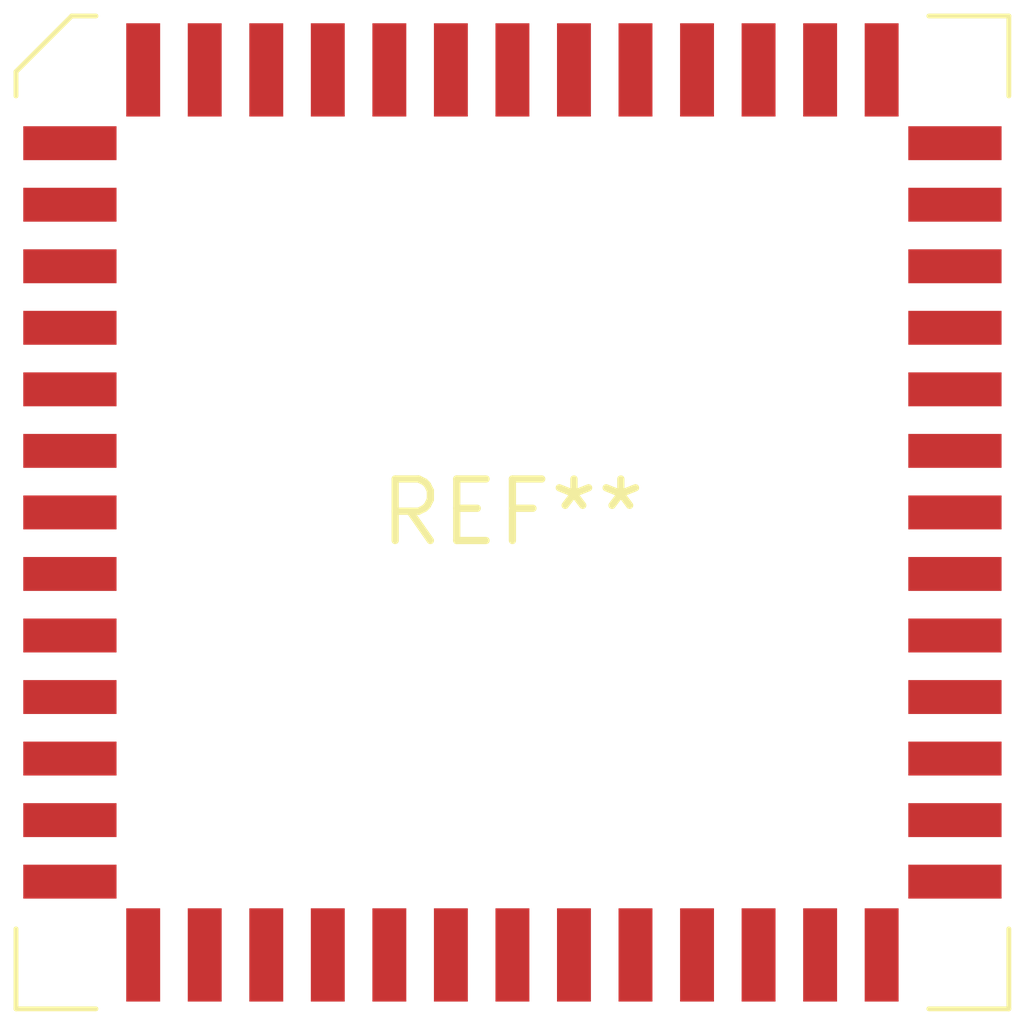
<source format=kicad_pcb>
(kicad_pcb (version 20240108) (generator pcbnew)
  (layers (0 "F.Cu" signal) (31 "B.Cu" signal) (34 "B.Paste" user) (35 "F.Paste" user) (36 "B.SilkS" user "B.Silkscreen") (37 "F.SilkS" user "F.Silkscreen") (38 "B.Mask" user) (39 "F.Mask" user) (44 "Edge.Cuts" user))
  (net 0 "")
  (footprint "PLCC-52" (layer "F.Cu") (at 0 0)
    (property "Reference" "REF**")
    (property "Value" "PLCC-52")
    (fp_line (start -10.245 -9.095) (end -10.245 -8.595) (layer "F.SilkS") (stroke (width 0.1)))
    (fp_line (start -10.245 10.245) (end -10.245 8.595) (layer "F.SilkS") (stroke (width 0.1)))
    (fp_line (start -9.095 -10.245) (end -10.245 -9.095) (layer "F.SilkS") (stroke (width 0.1)))
    (fp_line (start -8.595 -10.245) (end -9.095 -10.245) (layer "F.SilkS") (stroke (width 0.1)))
    (fp_line (start -8.595 10.245) (end -10.245 10.245) (layer "F.SilkS") (stroke (width 0.1)))
    (fp_line (start 8.595 -10.245) (end 10.245 -10.245) (layer "F.SilkS") (stroke (width 0.1)))
    (fp_line (start 8.595 10.245) (end 10.245 10.245) (layer "F.SilkS") (stroke (width 0.1)))
    (fp_line (start 10.245 -10.245) (end 10.245 -8.595) (layer "F.SilkS") (stroke (width 0.1)))
    (fp_line (start 10.245 10.245) (end 10.245 8.595) (layer "F.SilkS") (stroke (width 0.1)))
    (pad "1" smd rect (at 0 -9.1325) (size 0.7 1.925) (layers "F.Cu" "F.Paste" "F.Mask"))
    (pad "2" smd rect (at -1.27 -9.1325) (size 0.7 1.925) (layers "F.Cu" "F.Paste" "F.Mask"))
    (pad "3" smd rect (at -2.54 -9.1325) (size 0.7 1.925) (layers "F.Cu" "F.Paste" "F.Mask"))
    (pad "4" smd rect (at -3.81 -9.1325) (size 0.7 1.925) (layers "F.Cu" "F.Paste" "F.Mask"))
    (pad "5" smd rect (at -5.08 -9.1325) (size 0.7 1.925) (layers "F.Cu" "F.Paste" "F.Mask"))
    (pad "6" smd rect (at -6.35 -9.1325) (size 0.7 1.925) (layers "F.Cu" "F.Paste" "F.Mask"))
    (pad "7" smd rect (at -7.62 -9.1325) (size 0.7 1.925) (layers "F.Cu" "F.Paste" "F.Mask"))
    (pad "8" smd rect (at -9.1325 -7.62) (size 1.925 0.7) (layers "F.Cu" "F.Paste" "F.Mask"))
    (pad "9" smd rect (at -9.1325 -6.35) (size 1.925 0.7) (layers "F.Cu" "F.Paste" "F.Mask"))
    (pad "10" smd rect (at -9.1325 -5.08) (size 1.925 0.7) (layers "F.Cu" "F.Paste" "F.Mask"))
    (pad "11" smd rect (at -9.1325 -3.81) (size 1.925 0.7) (layers "F.Cu" "F.Paste" "F.Mask"))
    (pad "12" smd rect (at -9.1325 -2.54) (size 1.925 0.7) (layers "F.Cu" "F.Paste" "F.Mask"))
    (pad "13" smd rect (at -9.1325 -1.27) (size 1.925 0.7) (layers "F.Cu" "F.Paste" "F.Mask"))
    (pad "14" smd rect (at -9.1325 0) (size 1.925 0.7) (layers "F.Cu" "F.Paste" "F.Mask"))
    (pad "15" smd rect (at -9.1325 1.27) (size 1.925 0.7) (layers "F.Cu" "F.Paste" "F.Mask"))
    (pad "16" smd rect (at -9.1325 2.54) (size 1.925 0.7) (layers "F.Cu" "F.Paste" "F.Mask"))
    (pad "17" smd rect (at -9.1325 3.81) (size 1.925 0.7) (layers "F.Cu" "F.Paste" "F.Mask"))
    (pad "18" smd rect (at -9.1325 5.08) (size 1.925 0.7) (layers "F.Cu" "F.Paste" "F.Mask"))
    (pad "19" smd rect (at -9.1325 6.35) (size 1.925 0.7) (layers "F.Cu" "F.Paste" "F.Mask"))
    (pad "20" smd rect (at -9.1325 7.62) (size 1.925 0.7) (layers "F.Cu" "F.Paste" "F.Mask"))
    (pad "21" smd rect (at -7.62 9.1325) (size 0.7 1.925) (layers "F.Cu" "F.Paste" "F.Mask"))
    (pad "22" smd rect (at -6.35 9.1325) (size 0.7 1.925) (layers "F.Cu" "F.Paste" "F.Mask"))
    (pad "23" smd rect (at -5.08 9.1325) (size 0.7 1.925) (layers "F.Cu" "F.Paste" "F.Mask"))
    (pad "24" smd rect (at -3.81 9.1325) (size 0.7 1.925) (layers "F.Cu" "F.Paste" "F.Mask"))
    (pad "25" smd rect (at -2.54 9.1325) (size 0.7 1.925) (layers "F.Cu" "F.Paste" "F.Mask"))
    (pad "26" smd rect (at -1.27 9.1325) (size 0.7 1.925) (layers "F.Cu" "F.Paste" "F.Mask"))
    (pad "27" smd rect (at 0 9.1325) (size 0.7 1.925) (layers "F.Cu" "F.Paste" "F.Mask"))
    (pad "28" smd rect (at 1.27 9.1325) (size 0.7 1.925) (layers "F.Cu" "F.Paste" "F.Mask"))
    (pad "29" smd rect (at 2.54 9.1325) (size 0.7 1.925) (layers "F.Cu" "F.Paste" "F.Mask"))
    (pad "30" smd rect (at 3.81 9.1325) (size 0.7 1.925) (layers "F.Cu" "F.Paste" "F.Mask"))
    (pad "31" smd rect (at 5.08 9.1325) (size 0.7 1.925) (layers "F.Cu" "F.Paste" "F.Mask"))
    (pad "32" smd rect (at 6.35 9.1325) (size 0.7 1.925) (layers "F.Cu" "F.Paste" "F.Mask"))
    (pad "33" smd rect (at 7.62 9.1325) (size 0.7 1.925) (layers "F.Cu" "F.Paste" "F.Mask"))
    (pad "34" smd rect (at 9.1325 7.62) (size 1.925 0.7) (layers "F.Cu" "F.Paste" "F.Mask"))
    (pad "35" smd rect (at 9.1325 6.35) (size 1.925 0.7) (layers "F.Cu" "F.Paste" "F.Mask"))
    (pad "36" smd rect (at 9.1325 5.08) (size 1.925 0.7) (layers "F.Cu" "F.Paste" "F.Mask"))
    (pad "37" smd rect (at 9.1325 3.81) (size 1.925 0.7) (layers "F.Cu" "F.Paste" "F.Mask"))
    (pad "38" smd rect (at 9.1325 2.54) (size 1.925 0.7) (layers "F.Cu" "F.Paste" "F.Mask"))
    (pad "39" smd rect (at 9.1325 1.27) (size 1.925 0.7) (layers "F.Cu" "F.Paste" "F.Mask"))
    (pad "40" smd rect (at 9.1325 0) (size 1.925 0.7) (layers "F.Cu" "F.Paste" "F.Mask"))
    (pad "41" smd rect (at 9.1325 -1.27) (size 1.925 0.7) (layers "F.Cu" "F.Paste" "F.Mask"))
    (pad "42" smd rect (at 9.1325 -2.54) (size 1.925 0.7) (layers "F.Cu" "F.Paste" "F.Mask"))
    (pad "43" smd rect (at 9.1325 -3.81) (size 1.925 0.7) (layers "F.Cu" "F.Paste" "F.Mask"))
    (pad "44" smd rect (at 9.1325 -5.08) (size 1.925 0.7) (layers "F.Cu" "F.Paste" "F.Mask"))
    (pad "45" smd rect (at 9.1325 -6.35) (size 1.925 0.7) (layers "F.Cu" "F.Paste" "F.Mask"))
    (pad "46" smd rect (at 9.1325 -7.62) (size 1.925 0.7) (layers "F.Cu" "F.Paste" "F.Mask"))
    (pad "47" smd rect (at 7.62 -9.1325) (size 0.7 1.925) (layers "F.Cu" "F.Paste" "F.Mask"))
    (pad "48" smd rect (at 6.35 -9.1325) (size 0.7 1.925) (layers "F.Cu" "F.Paste" "F.Mask"))
    (pad "49" smd rect (at 5.08 -9.1325) (size 0.7 1.925) (layers "F.Cu" "F.Paste" "F.Mask"))
    (pad "50" smd rect (at 3.81 -9.1325) (size 0.7 1.925) (layers "F.Cu" "F.Paste" "F.Mask"))
    (pad "51" smd rect (at 2.54 -9.1325) (size 0.7 1.925) (layers "F.Cu" "F.Paste" "F.Mask"))
    (pad "52" smd rect (at 1.27 -9.1325) (size 0.7 1.925) (layers "F.Cu" "F.Paste" "F.Mask"))
  )
)
</source>
